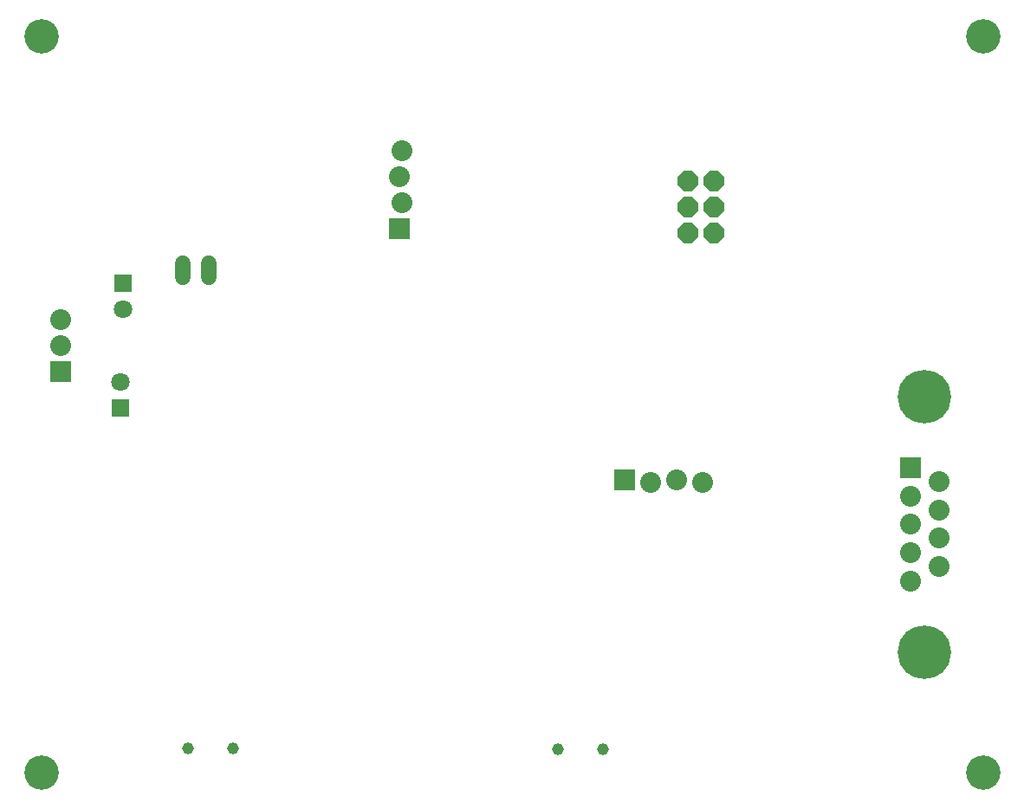
<source format=gbs>
G75*
%MOIN*%
%OFA0B0*%
%FSLAX24Y24*%
%IPPOS*%
%LPD*%
%AMOC8*
5,1,8,0,0,1.08239X$1,22.5*
%
%ADD10C,0.0454*%
%ADD11OC8,0.0800*%
%ADD12R,0.0800X0.0800*%
%ADD13C,0.0800*%
%ADD14C,0.2060*%
%ADD15C,0.1320*%
%ADD16R,0.0710X0.0710*%
%ADD17C,0.0710*%
%ADD18C,0.0600*%
D10*
X011852Y005923D03*
X013584Y005923D03*
X026070Y005873D03*
X027803Y005873D03*
D11*
X031076Y025758D03*
X032076Y025758D03*
X032076Y026758D03*
X031076Y026758D03*
X031076Y027758D03*
X032076Y027758D03*
D12*
X019981Y025916D03*
X028631Y016266D03*
X039624Y016729D03*
X006931Y020416D03*
D13*
X006931Y021416D03*
X006931Y022416D03*
X019981Y027916D03*
X020081Y028916D03*
X020081Y026916D03*
X029631Y016166D03*
X030631Y016266D03*
X031631Y016166D03*
X039624Y015638D03*
X040742Y016182D03*
X040742Y015091D03*
X039624Y014548D03*
X040742Y014005D03*
X039624Y013457D03*
X040742Y012914D03*
X039624Y012367D03*
D14*
X040183Y009627D03*
X040183Y019469D03*
D15*
X006206Y004990D03*
X042426Y004990D03*
X042426Y033337D03*
X006206Y033337D03*
D16*
X009331Y023816D03*
X009231Y019016D03*
D17*
X009231Y020016D03*
X009331Y022816D03*
D18*
X011631Y024046D02*
X011631Y024586D01*
X012631Y024586D02*
X012631Y024046D01*
M02*

</source>
